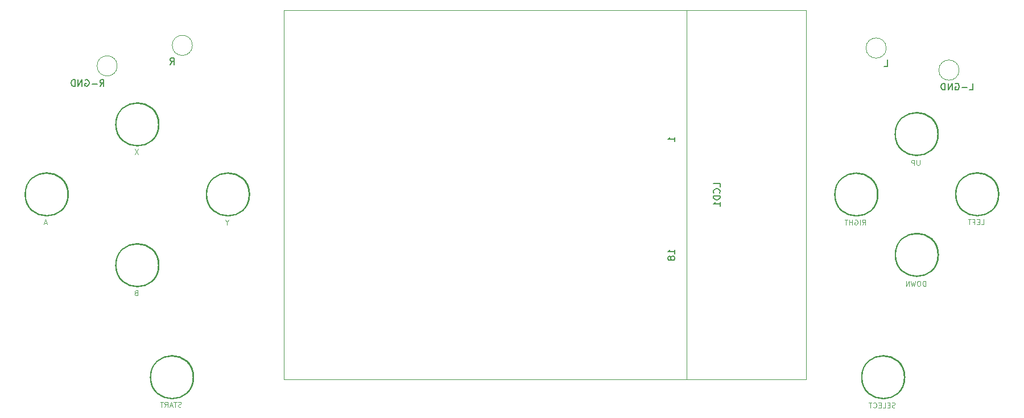
<source format=gbr>
%TF.GenerationSoftware,KiCad,Pcbnew,(5.1.6)-1*%
%TF.CreationDate,2021-04-26T08:49:06+02:00*%
%TF.ProjectId,GameboyPi,47616d65-626f-4795-9069-2e6b69636164,rev?*%
%TF.SameCoordinates,Original*%
%TF.FileFunction,Legend,Bot*%
%TF.FilePolarity,Positive*%
%FSLAX46Y46*%
G04 Gerber Fmt 4.6, Leading zero omitted, Abs format (unit mm)*
G04 Created by KiCad (PCBNEW (5.1.6)-1) date 2021-04-26 08:49:06*
%MOMM*%
%LPD*%
G01*
G04 APERTURE LIST*
%ADD10C,0.120000*%
%ADD11C,0.200000*%
%ADD12C,0.127000*%
%ADD13C,0.150000*%
%ADD14C,0.100000*%
G04 APERTURE END LIST*
D10*
%TO.C,LCD1*%
X190236000Y-72781000D02*
X172436000Y-72781000D01*
X190236000Y-127781000D02*
X190236000Y-72781000D01*
X172436000Y-127781000D02*
X190236000Y-127781000D01*
X172436000Y-127781000D02*
X112436000Y-127781000D01*
X172436000Y-72781000D02*
X172436000Y-127781000D01*
X112436000Y-72781000D02*
X172436000Y-72781000D01*
X112436000Y-127781000D02*
X112436000Y-72781000D01*
D11*
%TO.C,SW8*%
X93888007Y-89811468D02*
G75*
G03*
X93888007Y-89811468I-3205780J0D01*
G01*
D12*
X93890000Y-89780000D02*
G75*
G03*
X93890000Y-89780000I-3200000J0D01*
G01*
D11*
X93818690Y-89825054D02*
G75*
G03*
X93818690Y-89825054I-3185659J0D01*
G01*
%TO.C,SW6*%
X80398007Y-100241468D02*
G75*
G03*
X80398007Y-100241468I-3205780J0D01*
G01*
D12*
X80400000Y-100210000D02*
G75*
G03*
X80400000Y-100210000I-3200000J0D01*
G01*
D11*
X80328690Y-100255054D02*
G75*
G03*
X80328690Y-100255054I-3185659J0D01*
G01*
%TO.C,SW9*%
X107378007Y-100251468D02*
G75*
G03*
X107378007Y-100251468I-3205780J0D01*
G01*
D12*
X107380000Y-100220000D02*
G75*
G03*
X107380000Y-100220000I-3200000J0D01*
G01*
D11*
X107308690Y-100265054D02*
G75*
G03*
X107308690Y-100265054I-3185659J0D01*
G01*
%TO.C,SW7*%
X93888007Y-110801468D02*
G75*
G03*
X93888007Y-110801468I-3205780J0D01*
G01*
D12*
X93890000Y-110770000D02*
G75*
G03*
X93890000Y-110770000I-3200000J0D01*
G01*
D11*
X93818690Y-110815054D02*
G75*
G03*
X93818690Y-110815054I-3185659J0D01*
G01*
%TO.C,SW11*%
X99048007Y-127501468D02*
G75*
G03*
X99048007Y-127501468I-3205780J0D01*
G01*
D12*
X99050000Y-127470000D02*
G75*
G03*
X99050000Y-127470000I-3200000J0D01*
G01*
D11*
X98978690Y-127515054D02*
G75*
G03*
X98978690Y-127515054I-3185659J0D01*
G01*
%TO.C,SW10*%
X204898007Y-127501468D02*
G75*
G03*
X204898007Y-127501468I-3205780J0D01*
G01*
D12*
X204900000Y-127470000D02*
G75*
G03*
X204900000Y-127470000I-3200000J0D01*
G01*
D11*
X204828690Y-127515054D02*
G75*
G03*
X204828690Y-127515054I-3185659J0D01*
G01*
%TO.C,SW2*%
X209898007Y-109261468D02*
G75*
G03*
X209898007Y-109261468I-3205780J0D01*
G01*
D12*
X209900000Y-109230000D02*
G75*
G03*
X209900000Y-109230000I-3200000J0D01*
G01*
D11*
X209828690Y-109275054D02*
G75*
G03*
X209828690Y-109275054I-3185659J0D01*
G01*
%TO.C,SW4*%
X200898007Y-100261468D02*
G75*
G03*
X200898007Y-100261468I-3205780J0D01*
G01*
D12*
X200900000Y-100230000D02*
G75*
G03*
X200900000Y-100230000I-3200000J0D01*
G01*
D11*
X200828690Y-100275054D02*
G75*
G03*
X200828690Y-100275054I-3185659J0D01*
G01*
%TO.C,SW1*%
X209878007Y-91251468D02*
G75*
G03*
X209878007Y-91251468I-3205780J0D01*
G01*
D12*
X209880000Y-91220000D02*
G75*
G03*
X209880000Y-91220000I-3200000J0D01*
G01*
D11*
X209808690Y-91265054D02*
G75*
G03*
X209808690Y-91265054I-3185659J0D01*
G01*
%TO.C,SW3*%
X218888007Y-100231468D02*
G75*
G03*
X218888007Y-100231468I-3205780J0D01*
G01*
D12*
X218890000Y-100200000D02*
G75*
G03*
X218890000Y-100200000I-3200000J0D01*
G01*
D11*
X218818690Y-100245054D02*
G75*
G03*
X218818690Y-100245054I-3185659J0D01*
G01*
D10*
%TO.C,J4*%
X87670833Y-81080000D02*
G75*
G03*
X87670833Y-81080000I-1500833J0D01*
G01*
%TO.C,J3*%
X98860833Y-78020000D02*
G75*
G03*
X98860833Y-78020000I-1500833J0D01*
G01*
%TO.C,J2*%
X212960833Y-81710000D02*
G75*
G03*
X212960833Y-81710000I-1500833J0D01*
G01*
%TO.C,J1*%
X202120833Y-78420000D02*
G75*
G03*
X202120833Y-78420000I-1500833J0D01*
G01*
%TO.C,LCD1*%
D13*
X177388380Y-99114333D02*
X177388380Y-98638142D01*
X176388380Y-98638142D01*
X177293142Y-100019095D02*
X177340761Y-99971476D01*
X177388380Y-99828619D01*
X177388380Y-99733380D01*
X177340761Y-99590523D01*
X177245523Y-99495285D01*
X177150285Y-99447666D01*
X176959809Y-99400047D01*
X176816952Y-99400047D01*
X176626476Y-99447666D01*
X176531238Y-99495285D01*
X176436000Y-99590523D01*
X176388380Y-99733380D01*
X176388380Y-99828619D01*
X176436000Y-99971476D01*
X176483619Y-100019095D01*
X177388380Y-100447666D02*
X176388380Y-100447666D01*
X176388380Y-100685761D01*
X176436000Y-100828619D01*
X176531238Y-100923857D01*
X176626476Y-100971476D01*
X176816952Y-101019095D01*
X176959809Y-101019095D01*
X177150285Y-100971476D01*
X177245523Y-100923857D01*
X177340761Y-100828619D01*
X177388380Y-100685761D01*
X177388380Y-100447666D01*
X177388380Y-101971476D02*
X177388380Y-101400047D01*
X177388380Y-101685761D02*
X176388380Y-101685761D01*
X176531238Y-101590523D01*
X176626476Y-101495285D01*
X176674095Y-101400047D01*
X170638380Y-109090523D02*
X170638380Y-108519095D01*
X170638380Y-108804809D02*
X169638380Y-108804809D01*
X169781238Y-108709571D01*
X169876476Y-108614333D01*
X169924095Y-108519095D01*
X170066952Y-109661952D02*
X170019333Y-109566714D01*
X169971714Y-109519095D01*
X169876476Y-109471476D01*
X169828857Y-109471476D01*
X169733619Y-109519095D01*
X169686000Y-109566714D01*
X169638380Y-109661952D01*
X169638380Y-109852428D01*
X169686000Y-109947666D01*
X169733619Y-109995285D01*
X169828857Y-110042904D01*
X169876476Y-110042904D01*
X169971714Y-109995285D01*
X170019333Y-109947666D01*
X170066952Y-109852428D01*
X170066952Y-109661952D01*
X170114571Y-109566714D01*
X170162190Y-109519095D01*
X170257428Y-109471476D01*
X170447904Y-109471476D01*
X170543142Y-109519095D01*
X170590761Y-109566714D01*
X170638380Y-109661952D01*
X170638380Y-109852428D01*
X170590761Y-109947666D01*
X170543142Y-109995285D01*
X170447904Y-110042904D01*
X170257428Y-110042904D01*
X170162190Y-109995285D01*
X170114571Y-109947666D01*
X170066952Y-109852428D01*
X170638380Y-92316714D02*
X170638380Y-91745285D01*
X170638380Y-92031000D02*
X169638380Y-92031000D01*
X169781238Y-91935761D01*
X169876476Y-91840523D01*
X169924095Y-91745285D01*
%TO.C,SW8*%
D14*
X90766666Y-93478333D02*
X90253333Y-94248333D01*
X90253333Y-93478333D02*
X90766666Y-94248333D01*
%TO.C,SW6*%
X77203333Y-104522333D02*
X76836666Y-104522333D01*
X77276666Y-104742333D02*
X77020000Y-103972333D01*
X76763333Y-104742333D01*
%TO.C,SW9*%
X104000000Y-104385666D02*
X104000000Y-104752333D01*
X104256666Y-103982333D02*
X104000000Y-104385666D01*
X103743333Y-103982333D01*
%TO.C,SW7*%
X90455000Y-114899000D02*
X90345000Y-114935666D01*
X90308333Y-114972333D01*
X90271666Y-115045666D01*
X90271666Y-115155666D01*
X90308333Y-115229000D01*
X90345000Y-115265666D01*
X90418333Y-115302333D01*
X90711666Y-115302333D01*
X90711666Y-114532333D01*
X90455000Y-114532333D01*
X90381666Y-114569000D01*
X90345000Y-114605666D01*
X90308333Y-114679000D01*
X90308333Y-114752333D01*
X90345000Y-114825666D01*
X90381666Y-114862333D01*
X90455000Y-114899000D01*
X90711666Y-114899000D01*
%TO.C,SW11*%
X97191666Y-131901666D02*
X97081666Y-131938333D01*
X96898333Y-131938333D01*
X96825000Y-131901666D01*
X96788333Y-131865000D01*
X96751666Y-131791666D01*
X96751666Y-131718333D01*
X96788333Y-131645000D01*
X96825000Y-131608333D01*
X96898333Y-131571666D01*
X97045000Y-131535000D01*
X97118333Y-131498333D01*
X97155000Y-131461666D01*
X97191666Y-131388333D01*
X97191666Y-131315000D01*
X97155000Y-131241666D01*
X97118333Y-131205000D01*
X97045000Y-131168333D01*
X96861666Y-131168333D01*
X96751666Y-131205000D01*
X96531666Y-131168333D02*
X96091666Y-131168333D01*
X96311666Y-131938333D02*
X96311666Y-131168333D01*
X95871666Y-131718333D02*
X95505000Y-131718333D01*
X95945000Y-131938333D02*
X95688333Y-131168333D01*
X95431666Y-131938333D01*
X94735000Y-131938333D02*
X94991666Y-131571666D01*
X95175000Y-131938333D02*
X95175000Y-131168333D01*
X94881666Y-131168333D01*
X94808333Y-131205000D01*
X94771666Y-131241666D01*
X94735000Y-131315000D01*
X94735000Y-131425000D01*
X94771666Y-131498333D01*
X94808333Y-131535000D01*
X94881666Y-131571666D01*
X95175000Y-131571666D01*
X94515000Y-131168333D02*
X94075000Y-131168333D01*
X94295000Y-131938333D02*
X94295000Y-131168333D01*
%TO.C,SW10*%
X203426666Y-132001666D02*
X203316666Y-132038333D01*
X203133333Y-132038333D01*
X203060000Y-132001666D01*
X203023333Y-131965000D01*
X202986666Y-131891666D01*
X202986666Y-131818333D01*
X203023333Y-131745000D01*
X203060000Y-131708333D01*
X203133333Y-131671666D01*
X203280000Y-131635000D01*
X203353333Y-131598333D01*
X203390000Y-131561666D01*
X203426666Y-131488333D01*
X203426666Y-131415000D01*
X203390000Y-131341666D01*
X203353333Y-131305000D01*
X203280000Y-131268333D01*
X203096666Y-131268333D01*
X202986666Y-131305000D01*
X202656666Y-131635000D02*
X202400000Y-131635000D01*
X202290000Y-132038333D02*
X202656666Y-132038333D01*
X202656666Y-131268333D01*
X202290000Y-131268333D01*
X201593333Y-132038333D02*
X201960000Y-132038333D01*
X201960000Y-131268333D01*
X201336666Y-131635000D02*
X201080000Y-131635000D01*
X200970000Y-132038333D02*
X201336666Y-132038333D01*
X201336666Y-131268333D01*
X200970000Y-131268333D01*
X200200000Y-131965000D02*
X200236666Y-132001666D01*
X200346666Y-132038333D01*
X200420000Y-132038333D01*
X200530000Y-132001666D01*
X200603333Y-131928333D01*
X200640000Y-131855000D01*
X200676666Y-131708333D01*
X200676666Y-131598333D01*
X200640000Y-131451666D01*
X200603333Y-131378333D01*
X200530000Y-131305000D01*
X200420000Y-131268333D01*
X200346666Y-131268333D01*
X200236666Y-131305000D01*
X200200000Y-131341666D01*
X199980000Y-131268333D02*
X199540000Y-131268333D01*
X199760000Y-132038333D02*
X199760000Y-131268333D01*
%TO.C,SW2*%
X207968333Y-113898333D02*
X207968333Y-113128333D01*
X207785000Y-113128333D01*
X207675000Y-113165000D01*
X207601666Y-113238333D01*
X207565000Y-113311666D01*
X207528333Y-113458333D01*
X207528333Y-113568333D01*
X207565000Y-113715000D01*
X207601666Y-113788333D01*
X207675000Y-113861666D01*
X207785000Y-113898333D01*
X207968333Y-113898333D01*
X207051666Y-113128333D02*
X206905000Y-113128333D01*
X206831666Y-113165000D01*
X206758333Y-113238333D01*
X206721666Y-113385000D01*
X206721666Y-113641666D01*
X206758333Y-113788333D01*
X206831666Y-113861666D01*
X206905000Y-113898333D01*
X207051666Y-113898333D01*
X207125000Y-113861666D01*
X207198333Y-113788333D01*
X207235000Y-113641666D01*
X207235000Y-113385000D01*
X207198333Y-113238333D01*
X207125000Y-113165000D01*
X207051666Y-113128333D01*
X206465000Y-113128333D02*
X206281666Y-113898333D01*
X206135000Y-113348333D01*
X205988333Y-113898333D01*
X205805000Y-113128333D01*
X205511666Y-113898333D02*
X205511666Y-113128333D01*
X205071666Y-113898333D01*
X205071666Y-113128333D01*
%TO.C,SW4*%
X198546666Y-104762333D02*
X198803333Y-104395666D01*
X198986666Y-104762333D02*
X198986666Y-103992333D01*
X198693333Y-103992333D01*
X198620000Y-104029000D01*
X198583333Y-104065666D01*
X198546666Y-104139000D01*
X198546666Y-104249000D01*
X198583333Y-104322333D01*
X198620000Y-104359000D01*
X198693333Y-104395666D01*
X198986666Y-104395666D01*
X198216666Y-104762333D02*
X198216666Y-103992333D01*
X197446666Y-104029000D02*
X197520000Y-103992333D01*
X197630000Y-103992333D01*
X197740000Y-104029000D01*
X197813333Y-104102333D01*
X197850000Y-104175666D01*
X197886666Y-104322333D01*
X197886666Y-104432333D01*
X197850000Y-104579000D01*
X197813333Y-104652333D01*
X197740000Y-104725666D01*
X197630000Y-104762333D01*
X197556666Y-104762333D01*
X197446666Y-104725666D01*
X197410000Y-104689000D01*
X197410000Y-104432333D01*
X197556666Y-104432333D01*
X197080000Y-104762333D02*
X197080000Y-103992333D01*
X197080000Y-104359000D02*
X196640000Y-104359000D01*
X196640000Y-104762333D02*
X196640000Y-103992333D01*
X196383333Y-103992333D02*
X195943333Y-103992333D01*
X196163333Y-104762333D02*
X196163333Y-103992333D01*
%TO.C,SW1*%
X207105000Y-95118333D02*
X207105000Y-95741666D01*
X207068333Y-95815000D01*
X207031666Y-95851666D01*
X206958333Y-95888333D01*
X206811666Y-95888333D01*
X206738333Y-95851666D01*
X206701666Y-95815000D01*
X206665000Y-95741666D01*
X206665000Y-95118333D01*
X206298333Y-95888333D02*
X206298333Y-95118333D01*
X206005000Y-95118333D01*
X205931666Y-95155000D01*
X205895000Y-95191666D01*
X205858333Y-95265000D01*
X205858333Y-95375000D01*
X205895000Y-95448333D01*
X205931666Y-95485000D01*
X206005000Y-95521666D01*
X206298333Y-95521666D01*
%TO.C,SW3*%
X216243333Y-104732333D02*
X216610000Y-104732333D01*
X216610000Y-103962333D01*
X215986666Y-104329000D02*
X215730000Y-104329000D01*
X215620000Y-104732333D02*
X215986666Y-104732333D01*
X215986666Y-103962333D01*
X215620000Y-103962333D01*
X215033333Y-104329000D02*
X215290000Y-104329000D01*
X215290000Y-104732333D02*
X215290000Y-103962333D01*
X214923333Y-103962333D01*
X214740000Y-103962333D02*
X214300000Y-103962333D01*
X214520000Y-104732333D02*
X214520000Y-103962333D01*
%TO.C,J4*%
D13*
X85103333Y-84132380D02*
X85436666Y-83656190D01*
X85674761Y-84132380D02*
X85674761Y-83132380D01*
X85293809Y-83132380D01*
X85198571Y-83180000D01*
X85150952Y-83227619D01*
X85103333Y-83322857D01*
X85103333Y-83465714D01*
X85150952Y-83560952D01*
X85198571Y-83608571D01*
X85293809Y-83656190D01*
X85674761Y-83656190D01*
X84674761Y-83751428D02*
X83912857Y-83751428D01*
X82912857Y-83180000D02*
X83008095Y-83132380D01*
X83150952Y-83132380D01*
X83293809Y-83180000D01*
X83389047Y-83275238D01*
X83436666Y-83370476D01*
X83484285Y-83560952D01*
X83484285Y-83703809D01*
X83436666Y-83894285D01*
X83389047Y-83989523D01*
X83293809Y-84084761D01*
X83150952Y-84132380D01*
X83055714Y-84132380D01*
X82912857Y-84084761D01*
X82865238Y-84037142D01*
X82865238Y-83703809D01*
X83055714Y-83703809D01*
X82436666Y-84132380D02*
X82436666Y-83132380D01*
X81865238Y-84132380D01*
X81865238Y-83132380D01*
X81389047Y-84132380D02*
X81389047Y-83132380D01*
X81150952Y-83132380D01*
X81008095Y-83180000D01*
X80912857Y-83275238D01*
X80865238Y-83370476D01*
X80817619Y-83560952D01*
X80817619Y-83703809D01*
X80865238Y-83894285D01*
X80912857Y-83989523D01*
X81008095Y-84084761D01*
X81150952Y-84132380D01*
X81389047Y-84132380D01*
%TO.C,J3*%
X95550476Y-80872380D02*
X95883809Y-80396190D01*
X96121904Y-80872380D02*
X96121904Y-79872380D01*
X95740952Y-79872380D01*
X95645714Y-79920000D01*
X95598095Y-79967619D01*
X95550476Y-80062857D01*
X95550476Y-80205714D01*
X95598095Y-80300952D01*
X95645714Y-80348571D01*
X95740952Y-80396190D01*
X96121904Y-80396190D01*
%TO.C,J2*%
X214493333Y-84662380D02*
X214969523Y-84662380D01*
X214969523Y-83662380D01*
X214160000Y-84281428D02*
X213398095Y-84281428D01*
X212398095Y-83710000D02*
X212493333Y-83662380D01*
X212636190Y-83662380D01*
X212779047Y-83710000D01*
X212874285Y-83805238D01*
X212921904Y-83900476D01*
X212969523Y-84090952D01*
X212969523Y-84233809D01*
X212921904Y-84424285D01*
X212874285Y-84519523D01*
X212779047Y-84614761D01*
X212636190Y-84662380D01*
X212540952Y-84662380D01*
X212398095Y-84614761D01*
X212350476Y-84567142D01*
X212350476Y-84233809D01*
X212540952Y-84233809D01*
X211921904Y-84662380D02*
X211921904Y-83662380D01*
X211350476Y-84662380D01*
X211350476Y-83662380D01*
X210874285Y-84662380D02*
X210874285Y-83662380D01*
X210636190Y-83662380D01*
X210493333Y-83710000D01*
X210398095Y-83805238D01*
X210350476Y-83900476D01*
X210302857Y-84090952D01*
X210302857Y-84233809D01*
X210350476Y-84424285D01*
X210398095Y-84519523D01*
X210493333Y-84614761D01*
X210636190Y-84662380D01*
X210874285Y-84662380D01*
%TO.C,J1*%
X201810476Y-81172380D02*
X202286666Y-81172380D01*
X202286666Y-80172380D01*
%TD*%
M02*

</source>
